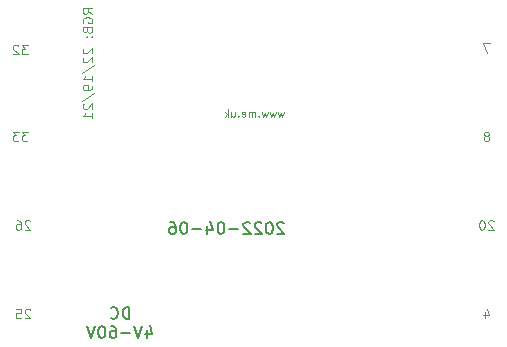
<source format=gbr>
%TF.GenerationSoftware,KiCad,Pcbnew,(6.0.2-0)*%
%TF.CreationDate,2022-04-19T10:39:15+01:00*%
%TF.ProjectId,Relay,52656c61-792e-46b6-9963-61645f706362,2*%
%TF.SameCoordinates,Original*%
%TF.FileFunction,Legend,Bot*%
%TF.FilePolarity,Positive*%
%FSLAX46Y46*%
G04 Gerber Fmt 4.6, Leading zero omitted, Abs format (unit mm)*
G04 Created by KiCad (PCBNEW (6.0.2-0)) date 2022-04-19 10:39:15*
%MOMM*%
%LPD*%
G01*
G04 APERTURE LIST*
%ADD10C,0.150000*%
%ADD11C,0.100000*%
G04 APERTURE END LIST*
D10*
X94261904Y-57147380D02*
X94261904Y-56147380D01*
X94023809Y-56147380D01*
X93880952Y-56195000D01*
X93785714Y-56290238D01*
X93738095Y-56385476D01*
X93690476Y-56575952D01*
X93690476Y-56718809D01*
X93738095Y-56909285D01*
X93785714Y-57004523D01*
X93880952Y-57099761D01*
X94023809Y-57147380D01*
X94261904Y-57147380D01*
X92690476Y-57052142D02*
X92738095Y-57099761D01*
X92880952Y-57147380D01*
X92976190Y-57147380D01*
X93119047Y-57099761D01*
X93214285Y-57004523D01*
X93261904Y-56909285D01*
X93309523Y-56718809D01*
X93309523Y-56575952D01*
X93261904Y-56385476D01*
X93214285Y-56290238D01*
X93119047Y-56195000D01*
X92976190Y-56147380D01*
X92880952Y-56147380D01*
X92738095Y-56195000D01*
X92690476Y-56242619D01*
X95738095Y-58090714D02*
X95738095Y-58757380D01*
X95976190Y-57709761D02*
X96214285Y-58424047D01*
X95595238Y-58424047D01*
X95357142Y-57757380D02*
X95023809Y-58757380D01*
X94690476Y-57757380D01*
X94357142Y-58376428D02*
X93595238Y-58376428D01*
X92690476Y-57757380D02*
X92880952Y-57757380D01*
X92976190Y-57805000D01*
X93023809Y-57852619D01*
X93119047Y-57995476D01*
X93166666Y-58185952D01*
X93166666Y-58566904D01*
X93119047Y-58662142D01*
X93071428Y-58709761D01*
X92976190Y-58757380D01*
X92785714Y-58757380D01*
X92690476Y-58709761D01*
X92642857Y-58662142D01*
X92595238Y-58566904D01*
X92595238Y-58328809D01*
X92642857Y-58233571D01*
X92690476Y-58185952D01*
X92785714Y-58138333D01*
X92976190Y-58138333D01*
X93071428Y-58185952D01*
X93119047Y-58233571D01*
X93166666Y-58328809D01*
X91976190Y-57757380D02*
X91880952Y-57757380D01*
X91785714Y-57805000D01*
X91738095Y-57852619D01*
X91690476Y-57947857D01*
X91642857Y-58138333D01*
X91642857Y-58376428D01*
X91690476Y-58566904D01*
X91738095Y-58662142D01*
X91785714Y-58709761D01*
X91880952Y-58757380D01*
X91976190Y-58757380D01*
X92071428Y-58709761D01*
X92119047Y-58662142D01*
X92166666Y-58566904D01*
X92214285Y-58376428D01*
X92214285Y-58138333D01*
X92166666Y-57947857D01*
X92119047Y-57852619D01*
X92071428Y-57805000D01*
X91976190Y-57757380D01*
X91357142Y-57757380D02*
X91023809Y-58757380D01*
X90690476Y-57757380D01*
X107357142Y-49047619D02*
X107309523Y-49000000D01*
X107214285Y-48952380D01*
X106976190Y-48952380D01*
X106880952Y-49000000D01*
X106833333Y-49047619D01*
X106785714Y-49142857D01*
X106785714Y-49238095D01*
X106833333Y-49380952D01*
X107404761Y-49952380D01*
X106785714Y-49952380D01*
X106166666Y-48952380D02*
X106071428Y-48952380D01*
X105976190Y-49000000D01*
X105928571Y-49047619D01*
X105880952Y-49142857D01*
X105833333Y-49333333D01*
X105833333Y-49571428D01*
X105880952Y-49761904D01*
X105928571Y-49857142D01*
X105976190Y-49904761D01*
X106071428Y-49952380D01*
X106166666Y-49952380D01*
X106261904Y-49904761D01*
X106309523Y-49857142D01*
X106357142Y-49761904D01*
X106404761Y-49571428D01*
X106404761Y-49333333D01*
X106357142Y-49142857D01*
X106309523Y-49047619D01*
X106261904Y-49000000D01*
X106166666Y-48952380D01*
X105452380Y-49047619D02*
X105404761Y-49000000D01*
X105309523Y-48952380D01*
X105071428Y-48952380D01*
X104976190Y-49000000D01*
X104928571Y-49047619D01*
X104880952Y-49142857D01*
X104880952Y-49238095D01*
X104928571Y-49380952D01*
X105500000Y-49952380D01*
X104880952Y-49952380D01*
X104500000Y-49047619D02*
X104452380Y-49000000D01*
X104357142Y-48952380D01*
X104119047Y-48952380D01*
X104023809Y-49000000D01*
X103976190Y-49047619D01*
X103928571Y-49142857D01*
X103928571Y-49238095D01*
X103976190Y-49380952D01*
X104547619Y-49952380D01*
X103928571Y-49952380D01*
X103500000Y-49571428D02*
X102738095Y-49571428D01*
X102071428Y-48952380D02*
X101976190Y-48952380D01*
X101880952Y-49000000D01*
X101833333Y-49047619D01*
X101785714Y-49142857D01*
X101738095Y-49333333D01*
X101738095Y-49571428D01*
X101785714Y-49761904D01*
X101833333Y-49857142D01*
X101880952Y-49904761D01*
X101976190Y-49952380D01*
X102071428Y-49952380D01*
X102166666Y-49904761D01*
X102214285Y-49857142D01*
X102261904Y-49761904D01*
X102309523Y-49571428D01*
X102309523Y-49333333D01*
X102261904Y-49142857D01*
X102214285Y-49047619D01*
X102166666Y-49000000D01*
X102071428Y-48952380D01*
X100880952Y-49285714D02*
X100880952Y-49952380D01*
X101119047Y-48904761D02*
X101357142Y-49619047D01*
X100738095Y-49619047D01*
X100357142Y-49571428D02*
X99595238Y-49571428D01*
X98928571Y-48952380D02*
X98833333Y-48952380D01*
X98738095Y-49000000D01*
X98690476Y-49047619D01*
X98642857Y-49142857D01*
X98595238Y-49333333D01*
X98595238Y-49571428D01*
X98642857Y-49761904D01*
X98690476Y-49857142D01*
X98738095Y-49904761D01*
X98833333Y-49952380D01*
X98928571Y-49952380D01*
X99023809Y-49904761D01*
X99071428Y-49857142D01*
X99119047Y-49761904D01*
X99166666Y-49571428D01*
X99166666Y-49333333D01*
X99119047Y-49142857D01*
X99071428Y-49047619D01*
X99023809Y-49000000D01*
X98928571Y-48952380D01*
X97738095Y-48952380D02*
X97928571Y-48952380D01*
X98023809Y-49000000D01*
X98071428Y-49047619D01*
X98166666Y-49190476D01*
X98214285Y-49380952D01*
X98214285Y-49761904D01*
X98166666Y-49857142D01*
X98119047Y-49904761D01*
X98023809Y-49952380D01*
X97833333Y-49952380D01*
X97738095Y-49904761D01*
X97690476Y-49857142D01*
X97642857Y-49761904D01*
X97642857Y-49523809D01*
X97690476Y-49428571D01*
X97738095Y-49380952D01*
X97833333Y-49333333D01*
X98023809Y-49333333D01*
X98119047Y-49380952D01*
X98166666Y-49428571D01*
X98214285Y-49523809D01*
D11*
X124766666Y-33811904D02*
X124233333Y-33811904D01*
X124576190Y-34611904D01*
X124576190Y-41654761D02*
X124652380Y-41616666D01*
X124690476Y-41578571D01*
X124728571Y-41502380D01*
X124728571Y-41464285D01*
X124690476Y-41388095D01*
X124652380Y-41350000D01*
X124576190Y-41311904D01*
X124423809Y-41311904D01*
X124347619Y-41350000D01*
X124309523Y-41388095D01*
X124271428Y-41464285D01*
X124271428Y-41502380D01*
X124309523Y-41578571D01*
X124347619Y-41616666D01*
X124423809Y-41654761D01*
X124576190Y-41654761D01*
X124652380Y-41692857D01*
X124690476Y-41730952D01*
X124728571Y-41807142D01*
X124728571Y-41959523D01*
X124690476Y-42035714D01*
X124652380Y-42073809D01*
X124576190Y-42111904D01*
X124423809Y-42111904D01*
X124347619Y-42073809D01*
X124309523Y-42035714D01*
X124271428Y-41959523D01*
X124271428Y-41807142D01*
X124309523Y-41730952D01*
X124347619Y-41692857D01*
X124423809Y-41654761D01*
X125109523Y-48888095D02*
X125071428Y-48850000D01*
X124995238Y-48811904D01*
X124804761Y-48811904D01*
X124728571Y-48850000D01*
X124690476Y-48888095D01*
X124652380Y-48964285D01*
X124652380Y-49040476D01*
X124690476Y-49154761D01*
X125147619Y-49611904D01*
X124652380Y-49611904D01*
X124157142Y-48811904D02*
X124080952Y-48811904D01*
X124004761Y-48850000D01*
X123966666Y-48888095D01*
X123928571Y-48964285D01*
X123890476Y-49116666D01*
X123890476Y-49307142D01*
X123928571Y-49459523D01*
X123966666Y-49535714D01*
X124004761Y-49573809D01*
X124080952Y-49611904D01*
X124157142Y-49611904D01*
X124233333Y-49573809D01*
X124271428Y-49535714D01*
X124309523Y-49459523D01*
X124347619Y-49307142D01*
X124347619Y-49116666D01*
X124309523Y-48964285D01*
X124271428Y-48888095D01*
X124233333Y-48850000D01*
X124157142Y-48811904D01*
X124347619Y-56578571D02*
X124347619Y-57111904D01*
X124538095Y-56273809D02*
X124728571Y-56845238D01*
X124233333Y-56845238D01*
X85859523Y-56388095D02*
X85821428Y-56350000D01*
X85745238Y-56311904D01*
X85554761Y-56311904D01*
X85478571Y-56350000D01*
X85440476Y-56388095D01*
X85402380Y-56464285D01*
X85402380Y-56540476D01*
X85440476Y-56654761D01*
X85897619Y-57111904D01*
X85402380Y-57111904D01*
X84678571Y-56311904D02*
X85059523Y-56311904D01*
X85097619Y-56692857D01*
X85059523Y-56654761D01*
X84983333Y-56616666D01*
X84792857Y-56616666D01*
X84716666Y-56654761D01*
X84678571Y-56692857D01*
X84640476Y-56769047D01*
X84640476Y-56959523D01*
X84678571Y-57035714D01*
X84716666Y-57073809D01*
X84792857Y-57111904D01*
X84983333Y-57111904D01*
X85059523Y-57073809D01*
X85097619Y-57035714D01*
X85859523Y-48888095D02*
X85821428Y-48850000D01*
X85745238Y-48811904D01*
X85554761Y-48811904D01*
X85478571Y-48850000D01*
X85440476Y-48888095D01*
X85402380Y-48964285D01*
X85402380Y-49040476D01*
X85440476Y-49154761D01*
X85897619Y-49611904D01*
X85402380Y-49611904D01*
X84716666Y-48811904D02*
X84869047Y-48811904D01*
X84945238Y-48850000D01*
X84983333Y-48888095D01*
X85059523Y-49002380D01*
X85097619Y-49154761D01*
X85097619Y-49459523D01*
X85059523Y-49535714D01*
X85021428Y-49573809D01*
X84945238Y-49611904D01*
X84792857Y-49611904D01*
X84716666Y-49573809D01*
X84678571Y-49535714D01*
X84640476Y-49459523D01*
X84640476Y-49269047D01*
X84678571Y-49192857D01*
X84716666Y-49154761D01*
X84792857Y-49116666D01*
X84945238Y-49116666D01*
X85021428Y-49154761D01*
X85059523Y-49192857D01*
X85097619Y-49269047D01*
X85647619Y-41311904D02*
X85152380Y-41311904D01*
X85419047Y-41616666D01*
X85304761Y-41616666D01*
X85228571Y-41654761D01*
X85190476Y-41692857D01*
X85152380Y-41769047D01*
X85152380Y-41959523D01*
X85190476Y-42035714D01*
X85228571Y-42073809D01*
X85304761Y-42111904D01*
X85533333Y-42111904D01*
X85609523Y-42073809D01*
X85647619Y-42035714D01*
X84885714Y-41311904D02*
X84390476Y-41311904D01*
X84657142Y-41616666D01*
X84542857Y-41616666D01*
X84466666Y-41654761D01*
X84428571Y-41692857D01*
X84390476Y-41769047D01*
X84390476Y-41959523D01*
X84428571Y-42035714D01*
X84466666Y-42073809D01*
X84542857Y-42111904D01*
X84771428Y-42111904D01*
X84847619Y-42073809D01*
X84885714Y-42035714D01*
X85647619Y-33961904D02*
X85152380Y-33961904D01*
X85419047Y-34266666D01*
X85304761Y-34266666D01*
X85228571Y-34304761D01*
X85190476Y-34342857D01*
X85152380Y-34419047D01*
X85152380Y-34609523D01*
X85190476Y-34685714D01*
X85228571Y-34723809D01*
X85304761Y-34761904D01*
X85533333Y-34761904D01*
X85609523Y-34723809D01*
X85647619Y-34685714D01*
X84847619Y-34038095D02*
X84809523Y-34000000D01*
X84733333Y-33961904D01*
X84542857Y-33961904D01*
X84466666Y-34000000D01*
X84428571Y-34038095D01*
X84390476Y-34114285D01*
X84390476Y-34190476D01*
X84428571Y-34304761D01*
X84885714Y-34761904D01*
X84390476Y-34761904D01*
X91111904Y-31328571D02*
X90730952Y-31061904D01*
X91111904Y-30871428D02*
X90311904Y-30871428D01*
X90311904Y-31176190D01*
X90350000Y-31252380D01*
X90388095Y-31290476D01*
X90464285Y-31328571D01*
X90578571Y-31328571D01*
X90654761Y-31290476D01*
X90692857Y-31252380D01*
X90730952Y-31176190D01*
X90730952Y-30871428D01*
X90350000Y-32090476D02*
X90311904Y-32014285D01*
X90311904Y-31900000D01*
X90350000Y-31785714D01*
X90426190Y-31709523D01*
X90502380Y-31671428D01*
X90654761Y-31633333D01*
X90769047Y-31633333D01*
X90921428Y-31671428D01*
X90997619Y-31709523D01*
X91073809Y-31785714D01*
X91111904Y-31900000D01*
X91111904Y-31976190D01*
X91073809Y-32090476D01*
X91035714Y-32128571D01*
X90769047Y-32128571D01*
X90769047Y-31976190D01*
X90692857Y-32738095D02*
X90730952Y-32852380D01*
X90769047Y-32890476D01*
X90845238Y-32928571D01*
X90959523Y-32928571D01*
X91035714Y-32890476D01*
X91073809Y-32852380D01*
X91111904Y-32776190D01*
X91111904Y-32471428D01*
X90311904Y-32471428D01*
X90311904Y-32738095D01*
X90350000Y-32814285D01*
X90388095Y-32852380D01*
X90464285Y-32890476D01*
X90540476Y-32890476D01*
X90616666Y-32852380D01*
X90654761Y-32814285D01*
X90692857Y-32738095D01*
X90692857Y-32471428D01*
X91035714Y-33271428D02*
X91073809Y-33309523D01*
X91111904Y-33271428D01*
X91073809Y-33233333D01*
X91035714Y-33271428D01*
X91111904Y-33271428D01*
X90616666Y-33271428D02*
X90654761Y-33309523D01*
X90692857Y-33271428D01*
X90654761Y-33233333D01*
X90616666Y-33271428D01*
X90692857Y-33271428D01*
X90388095Y-34223809D02*
X90350000Y-34261904D01*
X90311904Y-34338095D01*
X90311904Y-34528571D01*
X90350000Y-34604761D01*
X90388095Y-34642857D01*
X90464285Y-34680952D01*
X90540476Y-34680952D01*
X90654761Y-34642857D01*
X91111904Y-34185714D01*
X91111904Y-34680952D01*
X90388095Y-34985714D02*
X90350000Y-35023809D01*
X90311904Y-35100000D01*
X90311904Y-35290476D01*
X90350000Y-35366666D01*
X90388095Y-35404761D01*
X90464285Y-35442857D01*
X90540476Y-35442857D01*
X90654761Y-35404761D01*
X91111904Y-34947619D01*
X91111904Y-35442857D01*
X90273809Y-36357142D02*
X91302380Y-35671428D01*
X91111904Y-37042857D02*
X91111904Y-36585714D01*
X91111904Y-36814285D02*
X90311904Y-36814285D01*
X90426190Y-36738095D01*
X90502380Y-36661904D01*
X90540476Y-36585714D01*
X91111904Y-37423809D02*
X91111904Y-37576190D01*
X91073809Y-37652380D01*
X91035714Y-37690476D01*
X90921428Y-37766666D01*
X90769047Y-37804761D01*
X90464285Y-37804761D01*
X90388095Y-37766666D01*
X90350000Y-37728571D01*
X90311904Y-37652380D01*
X90311904Y-37500000D01*
X90350000Y-37423809D01*
X90388095Y-37385714D01*
X90464285Y-37347619D01*
X90654761Y-37347619D01*
X90730952Y-37385714D01*
X90769047Y-37423809D01*
X90807142Y-37500000D01*
X90807142Y-37652380D01*
X90769047Y-37728571D01*
X90730952Y-37766666D01*
X90654761Y-37804761D01*
X90273809Y-38719047D02*
X91302380Y-38033333D01*
X90388095Y-38947619D02*
X90350000Y-38985714D01*
X90311904Y-39061904D01*
X90311904Y-39252380D01*
X90350000Y-39328571D01*
X90388095Y-39366666D01*
X90464285Y-39404761D01*
X90540476Y-39404761D01*
X90654761Y-39366666D01*
X91111904Y-38909523D01*
X91111904Y-39404761D01*
X91111904Y-40166666D02*
X91111904Y-39709523D01*
X91111904Y-39938095D02*
X90311904Y-39938095D01*
X90426190Y-39861904D01*
X90502380Y-39785714D01*
X90540476Y-39709523D01*
%TO.C,AJK1*%
X107337142Y-39610714D02*
X107213333Y-40044047D01*
X107089523Y-39734523D01*
X106965714Y-40044047D01*
X106841904Y-39610714D01*
X106656190Y-39610714D02*
X106532380Y-40044047D01*
X106408571Y-39734523D01*
X106284761Y-40044047D01*
X106160952Y-39610714D01*
X105975238Y-39610714D02*
X105851428Y-40044047D01*
X105727619Y-39734523D01*
X105603809Y-40044047D01*
X105480000Y-39610714D01*
X105232380Y-39982142D02*
X105201428Y-40013095D01*
X105232380Y-40044047D01*
X105263333Y-40013095D01*
X105232380Y-39982142D01*
X105232380Y-40044047D01*
X104922857Y-40044047D02*
X104922857Y-39610714D01*
X104922857Y-39672619D02*
X104891904Y-39641666D01*
X104830000Y-39610714D01*
X104737142Y-39610714D01*
X104675238Y-39641666D01*
X104644285Y-39703571D01*
X104644285Y-40044047D01*
X104644285Y-39703571D02*
X104613333Y-39641666D01*
X104551428Y-39610714D01*
X104458571Y-39610714D01*
X104396666Y-39641666D01*
X104365714Y-39703571D01*
X104365714Y-40044047D01*
X103808571Y-40013095D02*
X103870476Y-40044047D01*
X103994285Y-40044047D01*
X104056190Y-40013095D01*
X104087142Y-39951190D01*
X104087142Y-39703571D01*
X104056190Y-39641666D01*
X103994285Y-39610714D01*
X103870476Y-39610714D01*
X103808571Y-39641666D01*
X103777619Y-39703571D01*
X103777619Y-39765476D01*
X104087142Y-39827380D01*
X103499047Y-39982142D02*
X103468095Y-40013095D01*
X103499047Y-40044047D01*
X103530000Y-40013095D01*
X103499047Y-39982142D01*
X103499047Y-40044047D01*
X102910952Y-39610714D02*
X102910952Y-40044047D01*
X103189523Y-39610714D02*
X103189523Y-39951190D01*
X103158571Y-40013095D01*
X103096666Y-40044047D01*
X103003809Y-40044047D01*
X102941904Y-40013095D01*
X102910952Y-39982142D01*
X102601428Y-40044047D02*
X102601428Y-39394047D01*
X102539523Y-39796428D02*
X102353809Y-40044047D01*
X102353809Y-39610714D02*
X102601428Y-39858333D01*
%TD*%
M02*

</source>
